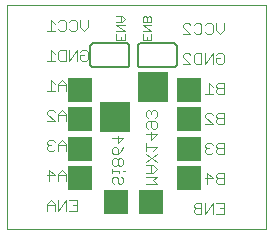
<source format=gbo>
G75*
%MOIN*%
%OFA0B0*%
%FSLAX24Y24*%
%IPPOS*%
%LPD*%
%AMOC8*
5,1,8,0,0,1.08239X$1,22.5*
%
%ADD10C,0.0000*%
%ADD11C,0.0030*%
%ADD12R,0.1000X0.1000*%
%ADD13R,0.0803X0.0803*%
%ADD14C,0.0060*%
D10*
X000100Y000100D02*
X000100Y007580D01*
X008761Y007580D01*
X008761Y000100D01*
X000100Y000100D01*
D11*
X001456Y000715D02*
X001456Y000962D01*
X001580Y001085D01*
X001703Y000962D01*
X001703Y000715D01*
X001825Y000715D02*
X001825Y001085D01*
X001703Y000900D02*
X001456Y000900D01*
X001825Y000715D02*
X002072Y001085D01*
X002072Y000715D01*
X002193Y000715D02*
X002440Y000715D01*
X002440Y001085D01*
X002193Y001085D01*
X002317Y000900D02*
X002440Y000900D01*
X002072Y001715D02*
X002072Y001962D01*
X001948Y002085D01*
X001825Y001962D01*
X001825Y001715D01*
X001825Y001900D02*
X002072Y001900D01*
X001703Y001900D02*
X001456Y001900D01*
X001518Y001715D02*
X001518Y002085D01*
X001703Y001900D01*
X001642Y002715D02*
X001518Y002715D01*
X001456Y002777D01*
X001456Y002838D01*
X001518Y002900D01*
X001580Y002900D01*
X001518Y002900D02*
X001456Y002962D01*
X001456Y003024D01*
X001518Y003085D01*
X001642Y003085D01*
X001703Y003024D01*
X001825Y002962D02*
X001825Y002715D01*
X001703Y002777D02*
X001642Y002715D01*
X001825Y002900D02*
X002072Y002900D01*
X002072Y002962D02*
X001948Y003085D01*
X001825Y002962D01*
X002072Y002962D02*
X002072Y002715D01*
X002072Y003715D02*
X002072Y003962D01*
X001948Y004085D01*
X001825Y003962D01*
X001825Y003715D01*
X001703Y003715D02*
X001456Y003962D01*
X001456Y004024D01*
X001518Y004085D01*
X001642Y004085D01*
X001703Y004024D01*
X001825Y003900D02*
X002072Y003900D01*
X001703Y003715D02*
X001456Y003715D01*
X001456Y004715D02*
X001703Y004715D01*
X001825Y004715D02*
X001825Y004962D01*
X001948Y005085D01*
X002072Y004962D01*
X002072Y004715D01*
X002072Y004900D02*
X001825Y004900D01*
X001703Y004962D02*
X001580Y005085D01*
X001580Y004715D01*
X001580Y005715D02*
X001580Y006085D01*
X001703Y005962D01*
X001825Y006024D02*
X001886Y006085D01*
X002072Y006085D01*
X002072Y005715D01*
X001886Y005715D01*
X001825Y005777D01*
X001825Y006024D01*
X001703Y005715D02*
X001456Y005715D01*
X002193Y005715D02*
X002193Y006085D01*
X002440Y006085D02*
X002193Y005715D01*
X002440Y005715D02*
X002440Y006085D01*
X002561Y006024D02*
X002623Y006085D01*
X002747Y006085D01*
X002808Y006024D01*
X002808Y005777D01*
X002747Y005715D01*
X002623Y005715D01*
X002561Y005777D01*
X002561Y005900D01*
X002685Y005900D01*
X002685Y006715D02*
X002561Y006838D01*
X002561Y007085D01*
X002440Y007024D02*
X002440Y006777D01*
X002378Y006715D01*
X002255Y006715D01*
X002193Y006777D01*
X002072Y006777D02*
X002010Y006715D01*
X001886Y006715D01*
X001825Y006777D01*
X001703Y006715D02*
X001456Y006715D01*
X001580Y006715D02*
X001580Y007085D01*
X001703Y006962D01*
X001825Y007024D02*
X001886Y007085D01*
X002010Y007085D01*
X002072Y007024D01*
X002072Y006777D01*
X002193Y007024D02*
X002255Y007085D01*
X002378Y007085D01*
X002440Y007024D01*
X002808Y007085D02*
X002808Y006838D01*
X002685Y006715D01*
X003757Y006709D02*
X004047Y006709D01*
X003757Y006902D01*
X004047Y006902D01*
X003950Y007004D02*
X004047Y007100D01*
X003950Y007197D01*
X003757Y007197D01*
X003902Y007197D02*
X003902Y007004D01*
X003950Y007004D02*
X003757Y007004D01*
X003757Y006608D02*
X003757Y006414D01*
X004047Y006414D01*
X004047Y006608D01*
X003902Y006511D02*
X003902Y006414D01*
X004643Y006414D02*
X004643Y006608D01*
X004643Y006709D02*
X004933Y006709D01*
X004643Y006902D01*
X004933Y006902D01*
X004933Y007004D02*
X004933Y007149D01*
X004884Y007197D01*
X004836Y007197D01*
X004788Y007149D01*
X004788Y007004D01*
X004643Y007004D02*
X004933Y007004D01*
X004788Y007149D02*
X004739Y007197D01*
X004691Y007197D01*
X004643Y007149D01*
X004643Y007004D01*
X004933Y006608D02*
X004933Y006414D01*
X004643Y006414D01*
X004788Y006414D02*
X004788Y006511D01*
X005983Y006615D02*
X006230Y006615D01*
X005983Y006862D01*
X005983Y006924D01*
X006045Y006985D01*
X006168Y006985D01*
X006230Y006924D01*
X006351Y006924D02*
X006413Y006985D01*
X006537Y006985D01*
X006598Y006924D01*
X006598Y006677D01*
X006537Y006615D01*
X006413Y006615D01*
X006351Y006677D01*
X006720Y006677D02*
X006782Y006615D01*
X006905Y006615D01*
X006967Y006677D01*
X006967Y006924D01*
X006905Y006985D01*
X006782Y006985D01*
X006720Y006924D01*
X007088Y006985D02*
X007088Y006738D01*
X007212Y006615D01*
X007335Y006738D01*
X007335Y006985D01*
X007273Y005985D02*
X007150Y005985D01*
X007088Y005924D01*
X006967Y005985D02*
X006720Y005615D01*
X006720Y005985D01*
X006598Y005985D02*
X006413Y005985D01*
X006351Y005924D01*
X006351Y005677D01*
X006413Y005615D01*
X006598Y005615D01*
X006598Y005985D01*
X006967Y005985D02*
X006967Y005615D01*
X007088Y005677D02*
X007088Y005800D01*
X007212Y005800D01*
X007335Y005677D02*
X007273Y005615D01*
X007150Y005615D01*
X007088Y005677D01*
X007335Y005677D02*
X007335Y005924D01*
X007273Y005985D01*
X006230Y005924D02*
X006168Y005985D01*
X006045Y005985D01*
X005983Y005924D01*
X005983Y005862D01*
X006230Y005615D01*
X005983Y005615D01*
X006843Y004985D02*
X006843Y004615D01*
X006720Y004615D02*
X006967Y004615D01*
X007088Y004677D02*
X007088Y004738D01*
X007150Y004800D01*
X007335Y004800D01*
X007335Y004615D02*
X007150Y004615D01*
X007088Y004677D01*
X007150Y004800D02*
X007088Y004862D01*
X007088Y004924D01*
X007150Y004985D01*
X007335Y004985D01*
X007335Y004615D01*
X006967Y004862D02*
X006843Y004985D01*
X006782Y003985D02*
X006720Y003924D01*
X006720Y003862D01*
X006967Y003615D01*
X006720Y003615D01*
X007088Y003677D02*
X007150Y003615D01*
X007335Y003615D01*
X007335Y003985D01*
X007150Y003985D01*
X007088Y003924D01*
X007088Y003862D01*
X007150Y003800D01*
X007335Y003800D01*
X007150Y003800D02*
X007088Y003738D01*
X007088Y003677D01*
X006967Y003924D02*
X006905Y003985D01*
X006782Y003985D01*
X006782Y002985D02*
X006720Y002924D01*
X006720Y002862D01*
X006782Y002800D01*
X006720Y002738D01*
X006720Y002677D01*
X006782Y002615D01*
X006905Y002615D01*
X006967Y002677D01*
X007088Y002677D02*
X007088Y002738D01*
X007150Y002800D01*
X007335Y002800D01*
X007335Y002615D02*
X007150Y002615D01*
X007088Y002677D01*
X007150Y002800D02*
X007088Y002862D01*
X007088Y002924D01*
X007150Y002985D01*
X007335Y002985D01*
X007335Y002615D01*
X006967Y002924D02*
X006905Y002985D01*
X006782Y002985D01*
X006782Y002800D02*
X006843Y002800D01*
X006782Y001985D02*
X006967Y001800D01*
X006720Y001800D01*
X006782Y001615D02*
X006782Y001985D01*
X007088Y001924D02*
X007088Y001862D01*
X007150Y001800D01*
X007335Y001800D01*
X007335Y001615D02*
X007150Y001615D01*
X007088Y001677D01*
X007088Y001738D01*
X007150Y001800D01*
X007088Y001924D02*
X007150Y001985D01*
X007335Y001985D01*
X007335Y001615D01*
X007335Y000985D02*
X007088Y000985D01*
X006967Y000985D02*
X006720Y000615D01*
X006720Y000985D01*
X006598Y000985D02*
X006413Y000985D01*
X006351Y000924D01*
X006351Y000862D01*
X006413Y000800D01*
X006598Y000800D01*
X006413Y000800D02*
X006351Y000738D01*
X006351Y000677D01*
X006413Y000615D01*
X006598Y000615D01*
X006598Y000985D01*
X006967Y000985D02*
X006967Y000615D01*
X007088Y000615D02*
X007335Y000615D01*
X007335Y000985D01*
X007335Y000800D02*
X007212Y000800D01*
X005110Y001615D02*
X004987Y001738D01*
X005110Y001862D01*
X004740Y001862D01*
X004740Y001983D02*
X004987Y001983D01*
X005110Y002107D01*
X004987Y002230D01*
X004740Y002230D01*
X004740Y002352D02*
X005110Y002599D01*
X004987Y002720D02*
X005110Y002843D01*
X004740Y002843D01*
X004740Y002720D02*
X004740Y002967D01*
X004925Y003088D02*
X004925Y003335D01*
X004987Y003457D02*
X004925Y003518D01*
X004925Y003703D01*
X004802Y003703D02*
X005049Y003703D01*
X005110Y003642D01*
X005110Y003518D01*
X005049Y003457D01*
X004987Y003457D01*
X004802Y003457D02*
X004740Y003518D01*
X004740Y003642D01*
X004802Y003703D01*
X004802Y003825D02*
X004740Y003887D01*
X004740Y004010D01*
X004802Y004072D01*
X004863Y004072D01*
X004925Y004010D01*
X004925Y003948D01*
X004925Y004010D02*
X004987Y004072D01*
X005049Y004072D01*
X005110Y004010D01*
X005110Y003887D01*
X005049Y003825D01*
X005110Y003273D02*
X004740Y003273D01*
X004925Y003088D02*
X005110Y003273D01*
X004740Y002599D02*
X005110Y002352D01*
X004925Y002230D02*
X004925Y001983D01*
X004740Y001615D02*
X005110Y001615D01*
X004047Y002045D02*
X003985Y002045D01*
X003862Y002045D02*
X003862Y001983D01*
X003862Y002045D02*
X003615Y002045D01*
X003615Y001983D02*
X003615Y002107D01*
X003677Y002229D02*
X003615Y002291D01*
X003615Y002414D01*
X003677Y002476D01*
X003738Y002476D01*
X003800Y002414D01*
X003800Y002291D01*
X003862Y002229D01*
X003924Y002229D01*
X003985Y002291D01*
X003985Y002414D01*
X003924Y002476D01*
X003862Y002476D01*
X003800Y002414D01*
X003800Y002291D02*
X003738Y002229D01*
X003677Y002229D01*
X003677Y002597D02*
X003615Y002659D01*
X003615Y002782D01*
X003677Y002844D01*
X003738Y002844D01*
X003800Y002782D01*
X003800Y002597D01*
X003677Y002597D01*
X003800Y002597D02*
X003924Y002721D01*
X003985Y002844D01*
X003800Y002965D02*
X003800Y003212D01*
X003615Y003151D02*
X003985Y003151D01*
X003800Y002965D01*
X003738Y001862D02*
X003677Y001862D01*
X003615Y001800D01*
X003615Y001677D01*
X003677Y001615D01*
X003800Y001677D02*
X003800Y001800D01*
X003738Y001862D01*
X003924Y001862D02*
X003985Y001800D01*
X003985Y001677D01*
X003924Y001615D01*
X003862Y001615D01*
X003800Y001677D01*
D12*
X003725Y003850D03*
X004975Y004850D03*
D13*
X006198Y004752D03*
X006198Y003767D03*
X006198Y002783D03*
X006198Y001799D03*
X004919Y001011D03*
X003738Y001011D03*
X002557Y001799D03*
X002557Y002783D03*
X002557Y003767D03*
X002557Y004752D03*
D14*
X002995Y005507D02*
X004095Y005507D01*
X004112Y005509D01*
X004129Y005513D01*
X004145Y005520D01*
X004159Y005530D01*
X004172Y005543D01*
X004182Y005557D01*
X004189Y005573D01*
X004193Y005590D01*
X004195Y005607D01*
X004195Y006207D01*
X004193Y006224D01*
X004189Y006241D01*
X004182Y006257D01*
X004172Y006271D01*
X004159Y006284D01*
X004145Y006294D01*
X004129Y006301D01*
X004112Y006305D01*
X004095Y006307D01*
X002995Y006307D01*
X002978Y006305D01*
X002961Y006301D01*
X002945Y006294D01*
X002931Y006284D01*
X002918Y006271D01*
X002908Y006257D01*
X002901Y006241D01*
X002897Y006224D01*
X002895Y006207D01*
X002895Y005607D01*
X002897Y005590D01*
X002901Y005573D01*
X002908Y005557D01*
X002918Y005543D01*
X002931Y005530D01*
X002945Y005520D01*
X002961Y005513D01*
X002978Y005509D01*
X002995Y005507D01*
X004470Y005607D02*
X004470Y006207D01*
X004472Y006224D01*
X004476Y006241D01*
X004483Y006257D01*
X004493Y006271D01*
X004506Y006284D01*
X004520Y006294D01*
X004536Y006301D01*
X004553Y006305D01*
X004570Y006307D01*
X005670Y006307D01*
X005687Y006305D01*
X005704Y006301D01*
X005720Y006294D01*
X005734Y006284D01*
X005747Y006271D01*
X005757Y006257D01*
X005764Y006241D01*
X005768Y006224D01*
X005770Y006207D01*
X005770Y005607D01*
X005768Y005590D01*
X005764Y005573D01*
X005757Y005557D01*
X005747Y005543D01*
X005734Y005530D01*
X005720Y005520D01*
X005704Y005513D01*
X005687Y005509D01*
X005670Y005507D01*
X004570Y005507D01*
X004553Y005509D01*
X004536Y005513D01*
X004520Y005520D01*
X004506Y005530D01*
X004493Y005543D01*
X004483Y005557D01*
X004476Y005573D01*
X004472Y005590D01*
X004470Y005607D01*
M02*

</source>
